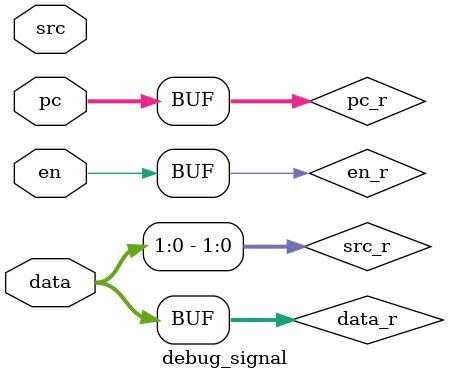
<source format=sv>
module debug_signal (
    input wire[31:0] pc,
    input wire[31:0] data,
    input wire[1:0] src,
    input wire en
);

wire[31:0] pc_r;
wire[31:0] data_r;
wire[1:0] src_r;
wire en_r;
assign pc_r = pc;
assign data_r = data;
assign src_r = data;
assign en_r = en; 




endmodule
</source>
